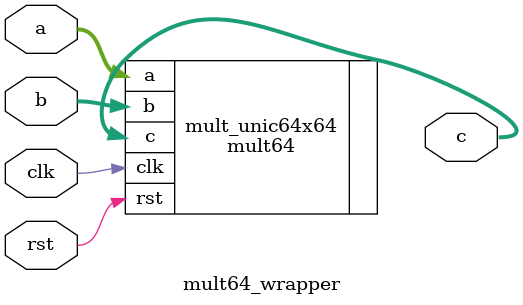
<source format=v>
`timescale 1ns / 1ps


module mult64_wrapper(
    output reg [128:0] c,
    input clk,
    input rst,
    input [63:0] a,
    input [63:0] b
);
    
    mult64 mult_unic64x64(
        .c(c),
        .clk(clk),
        .rst(rst),
        .a(a),
        .b(b)
    );
    
endmodule  
</source>
